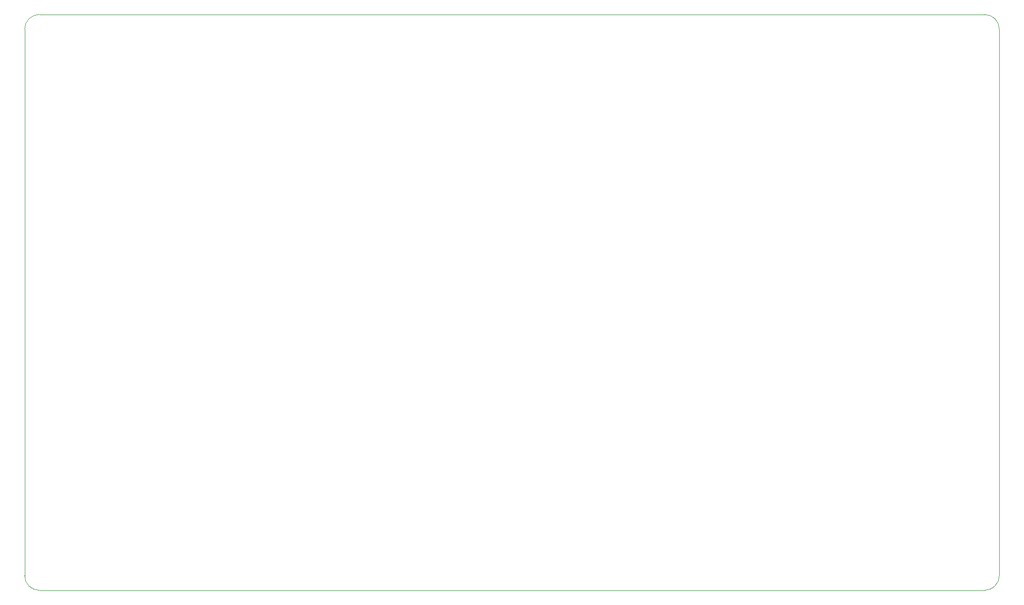
<source format=gbr>
G04 #@! TF.FileFunction,Profile,NP*
%FSLAX46Y46*%
G04 Gerber Fmt 4.6, Leading zero omitted, Abs format (unit mm)*
G04 Created by KiCad (PCBNEW 4.0.6) date Mon Oct 30 10:13:18 2017*
%MOMM*%
%LPD*%
G01*
G04 APERTURE LIST*
%ADD10C,0.100000*%
G04 APERTURE END LIST*
D10*
X26035000Y-29210000D02*
G75*
G03X23495000Y-31750000I0J-2540000D01*
G01*
X193040000Y-31750000D02*
G75*
G03X190500000Y-29210000I-2540000J0D01*
G01*
X190500000Y-129540000D02*
G75*
G03X193040000Y-127000000I0J2540000D01*
G01*
X23495000Y-127000000D02*
G75*
G03X26035000Y-129540000I2540000J0D01*
G01*
X190500000Y-129540000D02*
X26035000Y-129540000D01*
X193040000Y-31750000D02*
X193040000Y-127000000D01*
X26035000Y-29210000D02*
X190500000Y-29210000D01*
X23495000Y-127000000D02*
X23495000Y-31750000D01*
M02*

</source>
